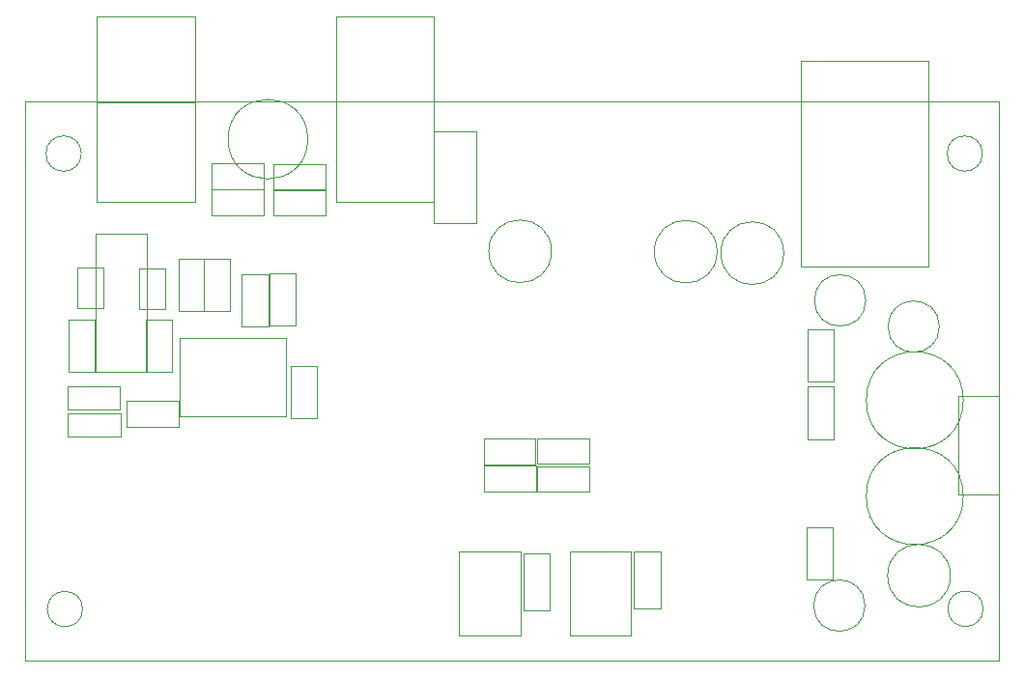
<source format=gbr>
%TF.GenerationSoftware,KiCad,Pcbnew,7.0.1*%
%TF.CreationDate,2024-01-20T16:33:55+00:00*%
%TF.ProjectId,SI4735,53493437-3335-42e6-9b69-6361645f7063,rev?*%
%TF.SameCoordinates,Original*%
%TF.FileFunction,Other,User*%
%FSLAX45Y45*%
G04 Gerber Fmt 4.5, Leading zero omitted, Abs format (unit mm)*
G04 Created by KiCad (PCBNEW 7.0.1) date 2024-01-20 16:33:55*
%MOMM*%
%LPD*%
G01*
G04 APERTURE LIST*
%ADD10C,0.050000*%
%TA.AperFunction,Profile*%
%ADD11C,0.100000*%
%TD*%
%TA.AperFunction,Profile*%
%ADD12C,0.050000*%
%TD*%
G04 APERTURE END LIST*
D10*
%TO.C,C24*%
X3438000Y-4542000D02*
X3898000Y-4542000D01*
X3438000Y-4752000D02*
X3438000Y-4542000D01*
X3898000Y-4542000D02*
X3898000Y-4752000D01*
X3898000Y-4752000D02*
X3438000Y-4752000D01*
%TO.C,J2*%
X10978417Y-3258500D02*
X10978417Y-1458500D01*
X10978417Y-1458500D02*
X9858417Y-1458500D01*
X9858417Y-3258500D02*
X10978417Y-3258500D01*
X9858417Y-1458500D02*
X9858417Y-3258500D01*
%TO.C,C14*%
X9913740Y-6001500D02*
X10143740Y-6001500D01*
X10143740Y-6001500D02*
X10143740Y-5541500D01*
X9913740Y-5541500D02*
X9913740Y-6001500D01*
X10143740Y-5541500D02*
X9913740Y-5541500D01*
%TO.C,L1*%
X7022000Y-2075000D02*
X7022000Y-2879000D01*
X6642000Y-2075000D02*
X7022000Y-2075000D01*
X7022000Y-2879000D02*
X6642000Y-2879000D01*
X6642000Y-2879000D02*
X6642000Y-2075000D01*
%TO.C,C8*%
X9129000Y-3128000D02*
G75*
G03*
X9129000Y-3128000I-275000J0D01*
G01*
%TO.C,C23*%
X5388000Y-4589000D02*
X5618000Y-4589000D01*
X5618000Y-4589000D02*
X5618000Y-4129000D01*
X5388000Y-4129000D02*
X5388000Y-4589000D01*
X5618000Y-4129000D02*
X5388000Y-4129000D01*
%TO.C,D10*%
X4698000Y-2356000D02*
X4698000Y-2580000D01*
X4698000Y-2580000D02*
X5154000Y-2580000D01*
X5154000Y-2356000D02*
X4698000Y-2356000D01*
X5154000Y-2580000D02*
X5154000Y-2356000D01*
%TO.C,J5*%
X6647574Y-1062210D02*
X6647574Y-2692210D01*
X6647574Y-1062210D02*
X5787574Y-1062210D01*
X5787574Y-2692210D02*
X6647574Y-2692210D01*
X5787574Y-2692210D02*
X5787574Y-1062210D01*
%TO.C,J7*%
X11601000Y-5259000D02*
X11601000Y-4394000D01*
X11601000Y-4394000D02*
X11246000Y-4394000D01*
X11246000Y-5259000D02*
X11601000Y-5259000D01*
X11246000Y-4394000D02*
X11246000Y-5259000D01*
%TO.C,U5*%
X6867945Y-6495375D02*
X6867945Y-5755375D01*
X7407945Y-6495375D02*
X6867945Y-6495375D01*
X6867945Y-5755375D02*
X7407945Y-5755375D01*
X7407945Y-5755375D02*
X7407945Y-6495375D01*
%TO.C,R24*%
X7538695Y-5230375D02*
X7538695Y-5006375D01*
X7538695Y-5006375D02*
X7082695Y-5006375D01*
X7082695Y-5230375D02*
X7538695Y-5230375D01*
X7082695Y-5006375D02*
X7082695Y-5230375D01*
%TO.C,C17*%
X11173200Y-5969000D02*
G75*
G03*
X11173200Y-5969000I-275000J0D01*
G01*
%TO.C,R22*%
X4407000Y-3648750D02*
X4631000Y-3648750D01*
X4631000Y-3648750D02*
X4631000Y-3192750D01*
X4407000Y-3192750D02*
X4407000Y-3648750D01*
X4631000Y-3192750D02*
X4407000Y-3192750D01*
%TO.C,C11*%
X5435000Y-3317000D02*
X5205000Y-3317000D01*
X5205000Y-3317000D02*
X5205000Y-3777000D01*
X5435000Y-3777000D02*
X5435000Y-3317000D01*
X5205000Y-3777000D02*
X5435000Y-3777000D01*
%TO.C,C20*%
X8631000Y-5758500D02*
X8401000Y-5758500D01*
X8401000Y-5758500D02*
X8401000Y-6254500D01*
X8631000Y-6254500D02*
X8631000Y-5758500D01*
X8401000Y-6254500D02*
X8631000Y-6254500D01*
%TO.C,C18*%
X10425000Y-6231000D02*
G75*
G03*
X10425000Y-6231000I-225000J0D01*
G01*
%TO.C,C12*%
X11286000Y-4431000D02*
G75*
G03*
X11286000Y-4431000I-425000J0D01*
G01*
%TO.C,C13*%
X11286000Y-5271000D02*
G75*
G03*
X11286000Y-5271000I-425000J0D01*
G01*
%TO.C,R26*%
X7538250Y-4991000D02*
X7538250Y-4767000D01*
X7538250Y-4767000D02*
X7082250Y-4767000D01*
X7082250Y-4991000D02*
X7538250Y-4991000D01*
X7082250Y-4767000D02*
X7082250Y-4991000D01*
%TO.C,C26*%
X3435000Y-4305000D02*
X3895000Y-4305000D01*
X3435000Y-4515000D02*
X3435000Y-4305000D01*
X3895000Y-4305000D02*
X3895000Y-4515000D01*
X3895000Y-4515000D02*
X3435000Y-4515000D01*
%TO.C,C7*%
X10431740Y-3555000D02*
G75*
G03*
X10431740Y-3555000I-225000J0D01*
G01*
%TO.C,C19*%
X7663000Y-5776750D02*
X7433000Y-5776750D01*
X7433000Y-5776750D02*
X7433000Y-6272750D01*
X7663000Y-6272750D02*
X7663000Y-5776750D01*
X7433000Y-6272750D02*
X7663000Y-6272750D01*
%TO.C,C6*%
X11076760Y-3785000D02*
G75*
G03*
X11076760Y-3785000I-225000J0D01*
G01*
%TO.C,C22*%
X4125000Y-4185500D02*
X4355000Y-4185500D01*
X4355000Y-4185500D02*
X4355000Y-3725500D01*
X4125000Y-3725500D02*
X4125000Y-4185500D01*
X4355000Y-3725500D02*
X4125000Y-3725500D01*
%TO.C,C9*%
X7677000Y-3125000D02*
G75*
G03*
X7677000Y-3125000I-275000J0D01*
G01*
%TO.C,C10*%
X5194000Y-3323000D02*
X4964000Y-3323000D01*
X4964000Y-3323000D02*
X4964000Y-3783000D01*
X5194000Y-3783000D02*
X5194000Y-3323000D01*
X4964000Y-3783000D02*
X5194000Y-3783000D01*
%TO.C,R25*%
X8008195Y-5231000D02*
X8008195Y-5007000D01*
X8008195Y-5007000D02*
X7552195Y-5007000D01*
X7552195Y-5231000D02*
X8008195Y-5231000D01*
X7552195Y-5007000D02*
X7552195Y-5231000D01*
%TO.C,D9*%
X5697000Y-2582000D02*
X5697000Y-2358000D01*
X5697000Y-2358000D02*
X5241000Y-2358000D01*
X5241000Y-2582000D02*
X5697000Y-2582000D01*
X5241000Y-2358000D02*
X5241000Y-2582000D01*
%TO.C,U6*%
X7836625Y-6497000D02*
X7836625Y-5757000D01*
X8376625Y-6497000D02*
X7836625Y-6497000D01*
X7836625Y-5757000D02*
X8376625Y-5757000D01*
X8376625Y-5757000D02*
X8376625Y-6497000D01*
%TO.C,D8*%
X5152000Y-2809000D02*
X5152000Y-2585000D01*
X5152000Y-2585000D02*
X4696000Y-2585000D01*
X4696000Y-2809000D02*
X5152000Y-2809000D01*
X4696000Y-2585000D02*
X4696000Y-2809000D01*
%TO.C,L2*%
X5541000Y-2142000D02*
G75*
G03*
X5541000Y-2142000I-349000J0D01*
G01*
%TO.C,U7*%
X5348250Y-3883597D02*
X5348250Y-4573597D01*
X4418250Y-3883597D02*
X5348250Y-3883597D01*
X4418250Y-3883597D02*
X4418250Y-4573597D01*
X4418250Y-4573597D02*
X5348250Y-4573597D01*
%TO.C,R23*%
X8008250Y-4990000D02*
X8008250Y-4766000D01*
X8008250Y-4766000D02*
X7552250Y-4766000D01*
X7552250Y-4990000D02*
X8008250Y-4990000D01*
X7552250Y-4766000D02*
X7552250Y-4990000D01*
%TO.C,C5*%
X9712520Y-3140989D02*
G75*
G03*
X9712520Y-3140989I-275000J0D01*
G01*
%TO.C,Y1*%
X3678000Y-2974000D02*
X4128000Y-2974000D01*
X3678000Y-4184000D02*
X3678000Y-2974000D01*
X4128000Y-2974000D02*
X4128000Y-4184000D01*
X4128000Y-4184000D02*
X3678000Y-4184000D01*
%TO.C,C21*%
X3949500Y-4438000D02*
X3949500Y-4668000D01*
X3949500Y-4668000D02*
X4409500Y-4668000D01*
X4409500Y-4438000D02*
X3949500Y-4438000D01*
X4409500Y-4668000D02*
X4409500Y-4438000D01*
%TO.C,C25*%
X3447000Y-4185000D02*
X3677000Y-4185000D01*
X3677000Y-4185000D02*
X3677000Y-3725000D01*
X3447000Y-3725000D02*
X3447000Y-4185000D01*
X3677000Y-3725000D02*
X3447000Y-3725000D01*
%TO.C,C16*%
X10149740Y-3805500D02*
X9919740Y-3805500D01*
X9919740Y-3805500D02*
X9919740Y-4265500D01*
X10149740Y-4265500D02*
X10149740Y-3805500D01*
X9919740Y-4265500D02*
X10149740Y-4265500D01*
%TO.C,C15*%
X10152000Y-4311500D02*
X9922000Y-4311500D01*
X9922000Y-4311500D02*
X9922000Y-4771500D01*
X10152000Y-4771500D02*
X10152000Y-4311500D01*
X9922000Y-4771500D02*
X10152000Y-4771500D01*
%TO.C,R21*%
X4634000Y-3648750D02*
X4858000Y-3648750D01*
X4858000Y-3648750D02*
X4858000Y-3192750D01*
X4634000Y-3192750D02*
X4634000Y-3648750D01*
X4858000Y-3192750D02*
X4634000Y-3192750D01*
%TO.C,J6*%
X3748000Y-3265000D02*
X3518000Y-3265000D01*
X3518000Y-3265000D02*
X3518000Y-3620000D01*
X3748000Y-3620000D02*
X3748000Y-3265000D01*
X3518000Y-3620000D02*
X3748000Y-3620000D01*
%TO.C,J4*%
X4290500Y-3274000D02*
X4060500Y-3274000D01*
X4060500Y-3274000D02*
X4060500Y-3629000D01*
X4290500Y-3629000D02*
X4290500Y-3274000D01*
X4060500Y-3629000D02*
X4290500Y-3629000D01*
%TO.C,D7*%
X5243000Y-2589000D02*
X5243000Y-2813000D01*
X5243000Y-2813000D02*
X5699000Y-2813000D01*
X5699000Y-2589000D02*
X5243000Y-2589000D01*
X5699000Y-2813000D02*
X5699000Y-2589000D01*
%TO.C,J3*%
X4553574Y-1065210D02*
X4553574Y-2695210D01*
X4553574Y-1065210D02*
X3693574Y-1065210D01*
X3693574Y-2695210D02*
X4553574Y-2695210D01*
X3693574Y-2695210D02*
X3693574Y-1065210D01*
%TD*%
D11*
X3555840Y-2268000D02*
G75*
G03*
X3555840Y-2268000I-154840J0D01*
G01*
D12*
X3060000Y-1815000D02*
X11602000Y-1815000D01*
X11602000Y-6713000D01*
X3060000Y-6713000D01*
X3060000Y-1815000D01*
D11*
X11459840Y-6259000D02*
G75*
G03*
X11459840Y-6259000I-154840J0D01*
G01*
X11453840Y-2268000D02*
G75*
G03*
X11453840Y-2268000I-154840J0D01*
G01*
X3567840Y-6261000D02*
G75*
G03*
X3567840Y-6261000I-154840J0D01*
G01*
%TO.C,J5*%
X5787574Y-1812210D02*
X6647574Y-1812210D01*
%TO.C,J3*%
X3693574Y-1815210D02*
X4553574Y-1815210D01*
%TD*%
M02*

</source>
